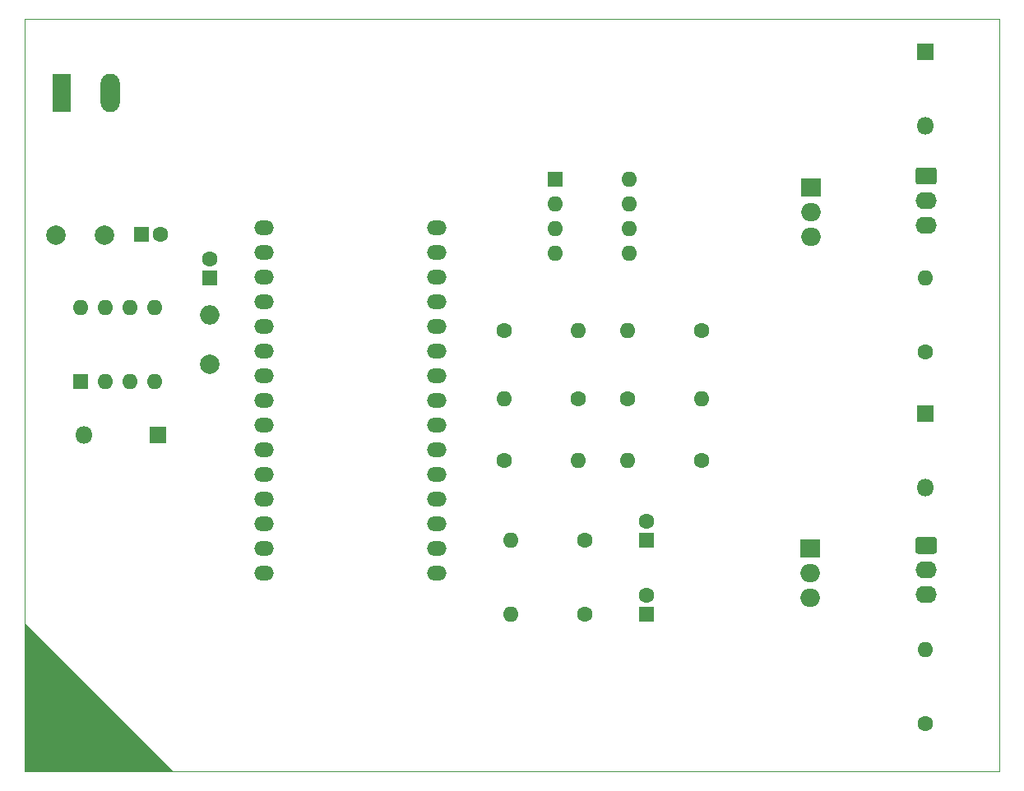
<source format=gbr>
%TF.GenerationSoftware,KiCad,Pcbnew,(5.1.9-0-10_14)*%
%TF.CreationDate,2021-04-26T00:09:41-04:00*%
%TF.ProjectId,randall-LM358-5-12V-amp,72616e64-616c-46c2-9d4c-4d3335382d35,rev?*%
%TF.SameCoordinates,PX4f16d38PY3a51524*%
%TF.FileFunction,Soldermask,Bot*%
%TF.FilePolarity,Negative*%
%FSLAX46Y46*%
G04 Gerber Fmt 4.6, Leading zero omitted, Abs format (unit mm)*
G04 Created by KiCad (PCBNEW (5.1.9-0-10_14)) date 2021-04-26 00:09:41*
%MOMM*%
%LPD*%
G01*
G04 APERTURE LIST*
%ADD10C,0.100000*%
%TA.AperFunction,Profile*%
%ADD11C,0.100000*%
%TD*%
%ADD12O,2.000000X1.500000*%
%ADD13O,1.600000X1.600000*%
%ADD14R,1.600000X1.600000*%
%ADD15O,2.000000X2.000000*%
%ADD16C,2.000000*%
%ADD17O,1.980000X3.960000*%
%ADD18R,1.980000X3.960000*%
%ADD19O,1.800000X1.800000*%
%ADD20R,1.800000X1.800000*%
%ADD21C,1.600000*%
%ADD22O,2.000000X1.905000*%
%ADD23R,2.000000X1.905000*%
%ADD24O,2.190000X1.740000*%
G04 APERTURE END LIST*
D10*
G36*
X14859000Y-76009500D02*
G01*
X-381000Y-76009500D01*
X-381000Y-60769500D01*
X14859000Y-76009500D01*
G37*
X14859000Y-76009500D02*
X-381000Y-76009500D01*
X-381000Y-60769500D01*
X14859000Y-76009500D01*
D11*
X99949000Y1460500D02*
X99949000Y-76009500D01*
X-381000Y1460500D02*
X99949000Y1460500D01*
X-381000Y-76009500D02*
X-381000Y1460500D01*
X99949000Y-76009500D02*
X-381000Y-76009500D01*
D12*
%TO.C,U3*%
X24257000Y-55562500D03*
X42037000Y-55562500D03*
X24257000Y-53022500D03*
X42037000Y-53022500D03*
X24257000Y-50482500D03*
X42037000Y-50482500D03*
X24257000Y-47942500D03*
X42037000Y-47942500D03*
X24257000Y-45402500D03*
X42037000Y-45402500D03*
X24257000Y-42862500D03*
X42037000Y-42862500D03*
X24257000Y-40322500D03*
X42037000Y-40322500D03*
X24257000Y-37782500D03*
X42037000Y-37782500D03*
X24257000Y-35242500D03*
X42037000Y-35242500D03*
X24257000Y-32702500D03*
X42037000Y-32702500D03*
X24257000Y-30162500D03*
X42037000Y-30162500D03*
X24257000Y-27622500D03*
X42037000Y-27622500D03*
X24257000Y-25082500D03*
X42037000Y-25082500D03*
X24257000Y-22542500D03*
X42037000Y-22542500D03*
X24257000Y-20002500D03*
X42037000Y-20002500D03*
%TD*%
D13*
%TO.C,U1*%
X5334000Y-28194000D03*
X12954000Y-35814000D03*
X7874000Y-28194000D03*
X10414000Y-35814000D03*
X10414000Y-28194000D03*
X7874000Y-35814000D03*
X12954000Y-28194000D03*
D14*
X5334000Y-35814000D03*
%TD*%
D15*
%TO.C,L1*%
X18669000Y-29019500D03*
D16*
X18669000Y-34099500D03*
%TD*%
D17*
%TO.C,J1*%
X8429000Y-6159500D03*
D18*
X3429000Y-6159500D03*
%TD*%
D19*
%TO.C,D1*%
X5651500Y-41338500D03*
D20*
X13271500Y-41338500D03*
%TD*%
D21*
%TO.C,C5*%
X63563500Y-50197000D03*
D14*
X63563500Y-52197000D03*
%TD*%
D21*
%TO.C,C4*%
X63563500Y-57817000D03*
D14*
X63563500Y-59817000D03*
%TD*%
D21*
%TO.C,C3*%
X18669000Y-23209500D03*
D14*
X18669000Y-25209500D03*
%TD*%
D16*
%TO.C,C2*%
X2794000Y-20764500D03*
X7794000Y-20764500D03*
%TD*%
D21*
%TO.C,C1*%
X13589000Y-20701000D03*
D14*
X11589000Y-20701000D03*
%TD*%
D13*
%TO.C,U2*%
X61849000Y-15049500D03*
X54229000Y-22669500D03*
X61849000Y-17589500D03*
X54229000Y-20129500D03*
X61849000Y-20129500D03*
X54229000Y-17589500D03*
X61849000Y-22669500D03*
D14*
X54229000Y-15049500D03*
%TD*%
D13*
%TO.C,R10*%
X92329000Y-25209500D03*
D21*
X92329000Y-32829500D03*
%TD*%
D13*
%TO.C,R8*%
X61658500Y-30607000D03*
D21*
X69278500Y-30607000D03*
%TD*%
D13*
%TO.C,R7*%
X69278500Y-37592000D03*
D21*
X61658500Y-37592000D03*
%TD*%
D13*
%TO.C,R6*%
X61658500Y-43942000D03*
D21*
X69278500Y-43942000D03*
%TD*%
D13*
%TO.C,R9*%
X49593500Y-52197000D03*
D21*
X57213500Y-52197000D03*
%TD*%
D13*
%TO.C,R5*%
X92329000Y-63436500D03*
D21*
X92329000Y-71056500D03*
%TD*%
D13*
%TO.C,R3*%
X56578500Y-30607000D03*
D21*
X48958500Y-30607000D03*
%TD*%
D13*
%TO.C,R2*%
X48958500Y-37592000D03*
D21*
X56578500Y-37592000D03*
%TD*%
D13*
%TO.C,R1*%
X56578500Y-43942000D03*
D21*
X48958500Y-43942000D03*
%TD*%
D13*
%TO.C,R4*%
X49593500Y-59817000D03*
D21*
X57213500Y-59817000D03*
%TD*%
D22*
%TO.C,Q2*%
X80518000Y-20955000D03*
X80518000Y-18415000D03*
D23*
X80518000Y-15875000D03*
%TD*%
D22*
%TO.C,Q1*%
X80454500Y-58102500D03*
X80454500Y-55562500D03*
D23*
X80454500Y-53022500D03*
%TD*%
D24*
%TO.C,FAN2*%
X92392500Y-19748500D03*
X92392500Y-17208500D03*
G36*
G01*
X91547499Y-13798500D02*
X93237501Y-13798500D01*
G75*
G02*
X93487500Y-14048499I0J-249999D01*
G01*
X93487500Y-15288501D01*
G75*
G02*
X93237501Y-15538500I-249999J0D01*
G01*
X91547499Y-15538500D01*
G75*
G02*
X91297500Y-15288501I0J249999D01*
G01*
X91297500Y-14048499D01*
G75*
G02*
X91547499Y-13798500I249999J0D01*
G01*
G37*
%TD*%
%TO.C,FAN1*%
X92392500Y-57785000D03*
X92392500Y-55245000D03*
G36*
G01*
X91547499Y-51835000D02*
X93237501Y-51835000D01*
G75*
G02*
X93487500Y-52084999I0J-249999D01*
G01*
X93487500Y-53325001D01*
G75*
G02*
X93237501Y-53575000I-249999J0D01*
G01*
X91547499Y-53575000D01*
G75*
G02*
X91297500Y-53325001I0J249999D01*
G01*
X91297500Y-52084999D01*
G75*
G02*
X91547499Y-51835000I249999J0D01*
G01*
G37*
%TD*%
D19*
%TO.C,D3*%
X92265500Y-9525000D03*
D20*
X92265500Y-1905000D03*
%TD*%
D19*
%TO.C,D2*%
X92329000Y-46799500D03*
D20*
X92329000Y-39179500D03*
%TD*%
M02*

</source>
